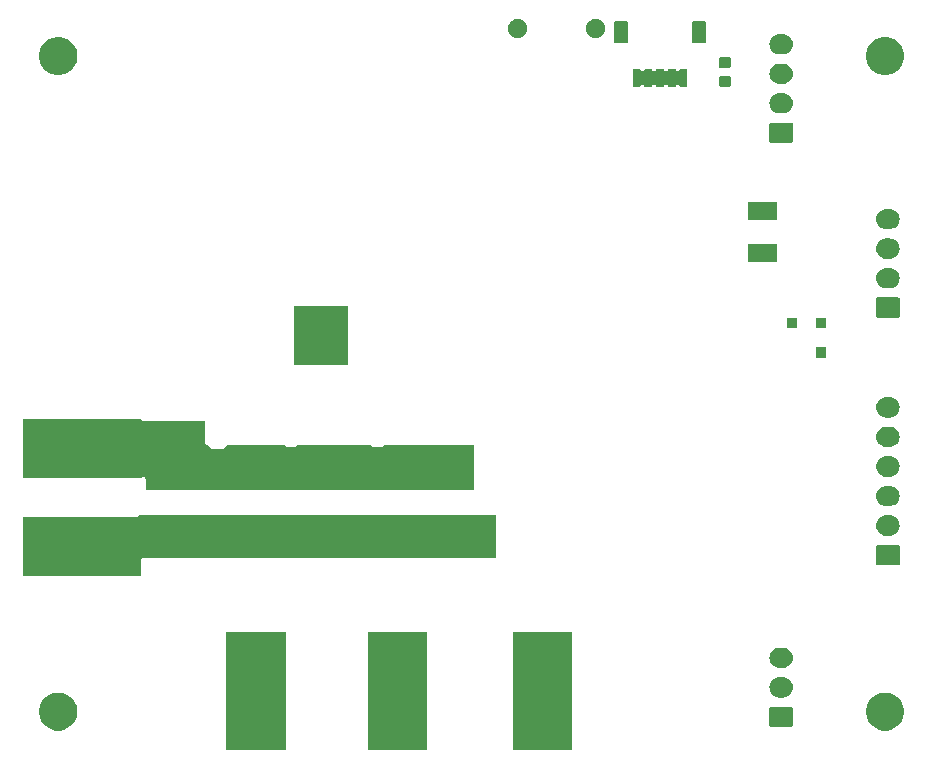
<source format=gbr>
G04 #@! TF.GenerationSoftware,KiCad,Pcbnew,(5.1.2)-2*
G04 #@! TF.CreationDate,2020-04-08T13:50:03-07:00*
G04 #@! TF.ProjectId,flatmcu,666c6174-6d63-4752-9e6b-696361645f70,rev?*
G04 #@! TF.SameCoordinates,PX1312d00PY1312d00*
G04 #@! TF.FileFunction,Soldermask,Bot*
G04 #@! TF.FilePolarity,Negative*
%FSLAX46Y46*%
G04 Gerber Fmt 4.6, Leading zero omitted, Abs format (unit mm)*
G04 Created by KiCad (PCBNEW (5.1.2)-2) date 2020-04-08 13:50:03*
%MOMM*%
%LPD*%
G04 APERTURE LIST*
%ADD10C,0.100000*%
G04 APERTURE END LIST*
D10*
G36*
X28062700Y-67562700D02*
G01*
X23037300Y-67562700D01*
X23037300Y-57537300D01*
X28062700Y-57537300D01*
X28062700Y-67562700D01*
X28062700Y-67562700D01*
G37*
G36*
X40062700Y-67562700D02*
G01*
X35037300Y-67562700D01*
X35037300Y-57537300D01*
X40062700Y-57537300D01*
X40062700Y-67562700D01*
X40062700Y-67562700D01*
G37*
G36*
X52312700Y-67562700D02*
G01*
X47287300Y-67562700D01*
X47287300Y-57537300D01*
X52312700Y-57537300D01*
X52312700Y-67562700D01*
X52312700Y-67562700D01*
G37*
G36*
X9270407Y-62749275D02*
G01*
X9270409Y-62749276D01*
X9270410Y-62749276D01*
X9378825Y-62794183D01*
X9563900Y-62870844D01*
X9828036Y-63047334D01*
X10052666Y-63271964D01*
X10229156Y-63536100D01*
X10350725Y-63829593D01*
X10412700Y-64141163D01*
X10412700Y-64458837D01*
X10350725Y-64770407D01*
X10229156Y-65063900D01*
X10052666Y-65328036D01*
X9828036Y-65552666D01*
X9563900Y-65729156D01*
X9378825Y-65805817D01*
X9270410Y-65850724D01*
X9270409Y-65850724D01*
X9270407Y-65850725D01*
X8958837Y-65912700D01*
X8641163Y-65912700D01*
X8329593Y-65850725D01*
X8329591Y-65850724D01*
X8329590Y-65850724D01*
X8221175Y-65805817D01*
X8036100Y-65729156D01*
X7771964Y-65552666D01*
X7547334Y-65328036D01*
X7370844Y-65063900D01*
X7249275Y-64770407D01*
X7187300Y-64458837D01*
X7187300Y-64141163D01*
X7249275Y-63829593D01*
X7370844Y-63536100D01*
X7547334Y-63271964D01*
X7771964Y-63047334D01*
X8036100Y-62870844D01*
X8221175Y-62794183D01*
X8329590Y-62749276D01*
X8329591Y-62749276D01*
X8329593Y-62749275D01*
X8641163Y-62687300D01*
X8958837Y-62687300D01*
X9270407Y-62749275D01*
X9270407Y-62749275D01*
G37*
G36*
X79270407Y-62749275D02*
G01*
X79270409Y-62749276D01*
X79270410Y-62749276D01*
X79378825Y-62794183D01*
X79563900Y-62870844D01*
X79828036Y-63047334D01*
X80052666Y-63271964D01*
X80229156Y-63536100D01*
X80350725Y-63829593D01*
X80412700Y-64141163D01*
X80412700Y-64458837D01*
X80350725Y-64770407D01*
X80229156Y-65063900D01*
X80052666Y-65328036D01*
X79828036Y-65552666D01*
X79563900Y-65729156D01*
X79378825Y-65805817D01*
X79270410Y-65850724D01*
X79270409Y-65850724D01*
X79270407Y-65850725D01*
X78958837Y-65912700D01*
X78641163Y-65912700D01*
X78329593Y-65850725D01*
X78329591Y-65850724D01*
X78329590Y-65850724D01*
X78221175Y-65805817D01*
X78036100Y-65729156D01*
X77771964Y-65552666D01*
X77547334Y-65328036D01*
X77370844Y-65063900D01*
X77249275Y-64770407D01*
X77187300Y-64458837D01*
X77187300Y-64141163D01*
X77249275Y-63829593D01*
X77370844Y-63536100D01*
X77547334Y-63271964D01*
X77771964Y-63047334D01*
X78036100Y-62870844D01*
X78221175Y-62794183D01*
X78329590Y-62749276D01*
X78329591Y-62749276D01*
X78329593Y-62749275D01*
X78641163Y-62687300D01*
X78958837Y-62687300D01*
X79270407Y-62749275D01*
X79270407Y-62749275D01*
G37*
G36*
X70891522Y-63890496D02*
G01*
X70913725Y-63897231D01*
X70934183Y-63908166D01*
X70952116Y-63922884D01*
X70966834Y-63940817D01*
X70977769Y-63961275D01*
X70984504Y-63983478D01*
X70987700Y-64015926D01*
X70987700Y-65484074D01*
X70984504Y-65516522D01*
X70977769Y-65538725D01*
X70966834Y-65559183D01*
X70952116Y-65577116D01*
X70934183Y-65591834D01*
X70913725Y-65602769D01*
X70891522Y-65609504D01*
X70859074Y-65612700D01*
X69140926Y-65612700D01*
X69108478Y-65609504D01*
X69086275Y-65602769D01*
X69065817Y-65591834D01*
X69047884Y-65577116D01*
X69033166Y-65559183D01*
X69022231Y-65538725D01*
X69015496Y-65516522D01*
X69012300Y-65484074D01*
X69012300Y-64015926D01*
X69015496Y-63983478D01*
X69022231Y-63961275D01*
X69033166Y-63940817D01*
X69047884Y-63922884D01*
X69065817Y-63908166D01*
X69086275Y-63897231D01*
X69108478Y-63890496D01*
X69140926Y-63887300D01*
X70859074Y-63887300D01*
X70891522Y-63890496D01*
X70891522Y-63890496D01*
G37*
G36*
X70294119Y-61399783D02*
G01*
X70456738Y-61449113D01*
X70606609Y-61529221D01*
X70737972Y-61637028D01*
X70845779Y-61768391D01*
X70925887Y-61918262D01*
X70975217Y-62080881D01*
X70991874Y-62250000D01*
X70975217Y-62419119D01*
X70925887Y-62581738D01*
X70845779Y-62731609D01*
X70737972Y-62862972D01*
X70606609Y-62970779D01*
X70456738Y-63050887D01*
X70294119Y-63100217D01*
X70167379Y-63112700D01*
X69832621Y-63112700D01*
X69705881Y-63100217D01*
X69543262Y-63050887D01*
X69393391Y-62970779D01*
X69262028Y-62862972D01*
X69154221Y-62731609D01*
X69074113Y-62581738D01*
X69024783Y-62419119D01*
X69008126Y-62250000D01*
X69024783Y-62080881D01*
X69074113Y-61918262D01*
X69154221Y-61768391D01*
X69262028Y-61637028D01*
X69393391Y-61529221D01*
X69543262Y-61449113D01*
X69705881Y-61399783D01*
X69832621Y-61387300D01*
X70167379Y-61387300D01*
X70294119Y-61399783D01*
X70294119Y-61399783D01*
G37*
G36*
X70294119Y-58899783D02*
G01*
X70456738Y-58949113D01*
X70606609Y-59029221D01*
X70737972Y-59137028D01*
X70845779Y-59268391D01*
X70925887Y-59418262D01*
X70975217Y-59580881D01*
X70991874Y-59750000D01*
X70975217Y-59919119D01*
X70925887Y-60081738D01*
X70845779Y-60231609D01*
X70737972Y-60362972D01*
X70606609Y-60470779D01*
X70456738Y-60550887D01*
X70294119Y-60600217D01*
X70167379Y-60612700D01*
X69832621Y-60612700D01*
X69705881Y-60600217D01*
X69543262Y-60550887D01*
X69393391Y-60470779D01*
X69262028Y-60362972D01*
X69154221Y-60231609D01*
X69074113Y-60081738D01*
X69024783Y-59919119D01*
X69008126Y-59750000D01*
X69024783Y-59580881D01*
X69074113Y-59418262D01*
X69154221Y-59268391D01*
X69262028Y-59137028D01*
X69393391Y-59029221D01*
X69543262Y-58949113D01*
X69705881Y-58899783D01*
X69832621Y-58887300D01*
X70167379Y-58887300D01*
X70294119Y-58899783D01*
X70294119Y-58899783D01*
G37*
G36*
X45900000Y-51300000D02*
G01*
X16003199Y-51300000D01*
X15966034Y-51303660D01*
X15930298Y-51314501D01*
X15897363Y-51332105D01*
X15868496Y-51355796D01*
X15844805Y-51384663D01*
X15827201Y-51417598D01*
X15816360Y-51453334D01*
X15812700Y-51490499D01*
X15812700Y-52812700D01*
X5787300Y-52812700D01*
X5787300Y-47787300D01*
X15490197Y-47787300D01*
X15527362Y-47783640D01*
X15563098Y-47772799D01*
X15596033Y-47755195D01*
X15624900Y-47731504D01*
X15638605Y-47714805D01*
X15638863Y-47715017D01*
X15650000Y-47701446D01*
X15650000Y-47700000D01*
X45900000Y-47700000D01*
X45900000Y-51300000D01*
X45900000Y-51300000D01*
G37*
G36*
X79941522Y-50190496D02*
G01*
X79963725Y-50197231D01*
X79984183Y-50208166D01*
X80002116Y-50222884D01*
X80016834Y-50240817D01*
X80027769Y-50261275D01*
X80034504Y-50283478D01*
X80037700Y-50315926D01*
X80037700Y-51784074D01*
X80034504Y-51816522D01*
X80027769Y-51838725D01*
X80016834Y-51859183D01*
X80002116Y-51877116D01*
X79984183Y-51891834D01*
X79963725Y-51902769D01*
X79941522Y-51909504D01*
X79909074Y-51912700D01*
X78190926Y-51912700D01*
X78158478Y-51909504D01*
X78136275Y-51902769D01*
X78115817Y-51891834D01*
X78097884Y-51877116D01*
X78083166Y-51859183D01*
X78072231Y-51838725D01*
X78065496Y-51816522D01*
X78062300Y-51784074D01*
X78062300Y-50315926D01*
X78065496Y-50283478D01*
X78072231Y-50261275D01*
X78083166Y-50240817D01*
X78097884Y-50222884D01*
X78115817Y-50208166D01*
X78136275Y-50197231D01*
X78158478Y-50190496D01*
X78190926Y-50187300D01*
X79909074Y-50187300D01*
X79941522Y-50190496D01*
X79941522Y-50190496D01*
G37*
G36*
X79344119Y-47699783D02*
G01*
X79506738Y-47749113D01*
X79656609Y-47829221D01*
X79787972Y-47937028D01*
X79895779Y-48068391D01*
X79975887Y-48218262D01*
X80025217Y-48380881D01*
X80041874Y-48550000D01*
X80025217Y-48719119D01*
X79975887Y-48881738D01*
X79895779Y-49031609D01*
X79787972Y-49162972D01*
X79656609Y-49270779D01*
X79506738Y-49350887D01*
X79344119Y-49400217D01*
X79217379Y-49412700D01*
X78882621Y-49412700D01*
X78755881Y-49400217D01*
X78593262Y-49350887D01*
X78443391Y-49270779D01*
X78312028Y-49162972D01*
X78204221Y-49031609D01*
X78124113Y-48881738D01*
X78074783Y-48719119D01*
X78058126Y-48550000D01*
X78074783Y-48380881D01*
X78124113Y-48218262D01*
X78204221Y-48068391D01*
X78312028Y-47937028D01*
X78443391Y-47829221D01*
X78593262Y-47749113D01*
X78755881Y-47699783D01*
X78882621Y-47687300D01*
X79217379Y-47687300D01*
X79344119Y-47699783D01*
X79344119Y-47699783D01*
G37*
G36*
X79344119Y-45199783D02*
G01*
X79506738Y-45249113D01*
X79656609Y-45329221D01*
X79787972Y-45437028D01*
X79895779Y-45568391D01*
X79975887Y-45718262D01*
X80025217Y-45880881D01*
X80041874Y-46050000D01*
X80025217Y-46219119D01*
X79975887Y-46381738D01*
X79895779Y-46531609D01*
X79787972Y-46662972D01*
X79656609Y-46770779D01*
X79506738Y-46850887D01*
X79344119Y-46900217D01*
X79217379Y-46912700D01*
X78882621Y-46912700D01*
X78755881Y-46900217D01*
X78593262Y-46850887D01*
X78443391Y-46770779D01*
X78312028Y-46662972D01*
X78204221Y-46531609D01*
X78124113Y-46381738D01*
X78074783Y-46219119D01*
X78058126Y-46050000D01*
X78074783Y-45880881D01*
X78124113Y-45718262D01*
X78204221Y-45568391D01*
X78312028Y-45437028D01*
X78443391Y-45329221D01*
X78593262Y-45249113D01*
X78755881Y-45199783D01*
X78882621Y-45187300D01*
X79217379Y-45187300D01*
X79344119Y-45199783D01*
X79344119Y-45199783D01*
G37*
G36*
X15816360Y-39546666D02*
G01*
X15827201Y-39582402D01*
X15844805Y-39615337D01*
X15868496Y-39644204D01*
X15897363Y-39667895D01*
X15930298Y-39685499D01*
X15966034Y-39696340D01*
X16003199Y-39700000D01*
X21200000Y-39700000D01*
X21200000Y-41509501D01*
X21203660Y-41546666D01*
X21214501Y-41582402D01*
X21232105Y-41615337D01*
X21255796Y-41644204D01*
X21284663Y-41667895D01*
X21317598Y-41685499D01*
X21353334Y-41696340D01*
X21390499Y-41700000D01*
X21500000Y-41700000D01*
X21844204Y-42044204D01*
X21873071Y-42067895D01*
X21906006Y-42085499D01*
X21941742Y-42096340D01*
X21978907Y-42100000D01*
X22621093Y-42100000D01*
X22658258Y-42096340D01*
X22693994Y-42085499D01*
X22726929Y-42067895D01*
X22755796Y-42044204D01*
X23100000Y-41700000D01*
X27900000Y-41700000D01*
X28044204Y-41844204D01*
X28073071Y-41867895D01*
X28106006Y-41885499D01*
X28141742Y-41896340D01*
X28178907Y-41900000D01*
X28821093Y-41900000D01*
X28858258Y-41896340D01*
X28893994Y-41885499D01*
X28926929Y-41867895D01*
X28955796Y-41844204D01*
X29100000Y-41700000D01*
X35200000Y-41700000D01*
X35344204Y-41844204D01*
X35373071Y-41867895D01*
X35406006Y-41885499D01*
X35441742Y-41896340D01*
X35478907Y-41900000D01*
X36121093Y-41900000D01*
X36158258Y-41896340D01*
X36193994Y-41885499D01*
X36226929Y-41867895D01*
X36255796Y-41844204D01*
X36400000Y-41700000D01*
X44000000Y-41700000D01*
X44000000Y-45500000D01*
X16200000Y-45500000D01*
X16200000Y-44640499D01*
X16196340Y-44603334D01*
X16185499Y-44567598D01*
X16167895Y-44534663D01*
X16144204Y-44505796D01*
X16115337Y-44482105D01*
X16082402Y-44464501D01*
X16046666Y-44453660D01*
X16009501Y-44450000D01*
X16003199Y-44450000D01*
X15966034Y-44453660D01*
X15930298Y-44464501D01*
X15897363Y-44482105D01*
X15868496Y-44505796D01*
X15844805Y-44534663D01*
X15829819Y-44562700D01*
X5787300Y-44562700D01*
X5787300Y-39537300D01*
X15815438Y-39537300D01*
X15816360Y-39546666D01*
X15816360Y-39546666D01*
G37*
G36*
X79344119Y-42699783D02*
G01*
X79506738Y-42749113D01*
X79656609Y-42829221D01*
X79787972Y-42937028D01*
X79895779Y-43068391D01*
X79975887Y-43218262D01*
X80025217Y-43380881D01*
X80041874Y-43550000D01*
X80025217Y-43719119D01*
X79975887Y-43881738D01*
X79895779Y-44031609D01*
X79787972Y-44162972D01*
X79656609Y-44270779D01*
X79506738Y-44350887D01*
X79344119Y-44400217D01*
X79217379Y-44412700D01*
X78882621Y-44412700D01*
X78755881Y-44400217D01*
X78593262Y-44350887D01*
X78443391Y-44270779D01*
X78312028Y-44162972D01*
X78204221Y-44031609D01*
X78124113Y-43881738D01*
X78074783Y-43719119D01*
X78058126Y-43550000D01*
X78074783Y-43380881D01*
X78124113Y-43218262D01*
X78204221Y-43068391D01*
X78312028Y-42937028D01*
X78443391Y-42829221D01*
X78593262Y-42749113D01*
X78755881Y-42699783D01*
X78882621Y-42687300D01*
X79217379Y-42687300D01*
X79344119Y-42699783D01*
X79344119Y-42699783D01*
G37*
G36*
X79344119Y-40199783D02*
G01*
X79506738Y-40249113D01*
X79656609Y-40329221D01*
X79787972Y-40437028D01*
X79895779Y-40568391D01*
X79975887Y-40718262D01*
X80025217Y-40880881D01*
X80041874Y-41050000D01*
X80025217Y-41219119D01*
X79975887Y-41381738D01*
X79895779Y-41531609D01*
X79787972Y-41662972D01*
X79656609Y-41770779D01*
X79506738Y-41850887D01*
X79344119Y-41900217D01*
X79217379Y-41912700D01*
X78882621Y-41912700D01*
X78755881Y-41900217D01*
X78593262Y-41850887D01*
X78443391Y-41770779D01*
X78312028Y-41662972D01*
X78204221Y-41531609D01*
X78124113Y-41381738D01*
X78074783Y-41219119D01*
X78058126Y-41050000D01*
X78074783Y-40880881D01*
X78124113Y-40718262D01*
X78204221Y-40568391D01*
X78312028Y-40437028D01*
X78443391Y-40329221D01*
X78593262Y-40249113D01*
X78755881Y-40199783D01*
X78882621Y-40187300D01*
X79217379Y-40187300D01*
X79344119Y-40199783D01*
X79344119Y-40199783D01*
G37*
G36*
X79344119Y-37699783D02*
G01*
X79506738Y-37749113D01*
X79656609Y-37829221D01*
X79787972Y-37937028D01*
X79895779Y-38068391D01*
X79975887Y-38218262D01*
X80025217Y-38380881D01*
X80041874Y-38550000D01*
X80025217Y-38719119D01*
X79975887Y-38881738D01*
X79895779Y-39031609D01*
X79787972Y-39162972D01*
X79656609Y-39270779D01*
X79506738Y-39350887D01*
X79344119Y-39400217D01*
X79217379Y-39412700D01*
X78882621Y-39412700D01*
X78755881Y-39400217D01*
X78593262Y-39350887D01*
X78443391Y-39270779D01*
X78312028Y-39162972D01*
X78204221Y-39031609D01*
X78124113Y-38881738D01*
X78074783Y-38719119D01*
X78058126Y-38550000D01*
X78074783Y-38380881D01*
X78124113Y-38218262D01*
X78204221Y-38068391D01*
X78312028Y-37937028D01*
X78443391Y-37829221D01*
X78593262Y-37749113D01*
X78755881Y-37699783D01*
X78882621Y-37687300D01*
X79217379Y-37687300D01*
X79344119Y-37699783D01*
X79344119Y-37699783D01*
G37*
G36*
X33300000Y-35000000D02*
G01*
X28800000Y-35000000D01*
X28800000Y-29950000D01*
X33300000Y-29950000D01*
X33300000Y-35000000D01*
X33300000Y-35000000D01*
G37*
G36*
X73837700Y-34337700D02*
G01*
X72962300Y-34337700D01*
X72962300Y-33462300D01*
X73837700Y-33462300D01*
X73837700Y-34337700D01*
X73837700Y-34337700D01*
G37*
G36*
X73837700Y-31837700D02*
G01*
X72962300Y-31837700D01*
X72962300Y-30962300D01*
X73837700Y-30962300D01*
X73837700Y-31837700D01*
X73837700Y-31837700D01*
G37*
G36*
X71337700Y-31837700D02*
G01*
X70462300Y-31837700D01*
X70462300Y-30962300D01*
X71337700Y-30962300D01*
X71337700Y-31837700D01*
X71337700Y-31837700D01*
G37*
G36*
X79941522Y-29240496D02*
G01*
X79963725Y-29247231D01*
X79984183Y-29258166D01*
X80002116Y-29272884D01*
X80016834Y-29290817D01*
X80027769Y-29311275D01*
X80034504Y-29333478D01*
X80037700Y-29365926D01*
X80037700Y-30834074D01*
X80034504Y-30866522D01*
X80027769Y-30888725D01*
X80016834Y-30909183D01*
X80002116Y-30927116D01*
X79984183Y-30941834D01*
X79963725Y-30952769D01*
X79941522Y-30959504D01*
X79909074Y-30962700D01*
X78190926Y-30962700D01*
X78158478Y-30959504D01*
X78136275Y-30952769D01*
X78115817Y-30941834D01*
X78097884Y-30927116D01*
X78083166Y-30909183D01*
X78072231Y-30888725D01*
X78065496Y-30866522D01*
X78062300Y-30834074D01*
X78062300Y-29365926D01*
X78065496Y-29333478D01*
X78072231Y-29311275D01*
X78083166Y-29290817D01*
X78097884Y-29272884D01*
X78115817Y-29258166D01*
X78136275Y-29247231D01*
X78158478Y-29240496D01*
X78190926Y-29237300D01*
X79909074Y-29237300D01*
X79941522Y-29240496D01*
X79941522Y-29240496D01*
G37*
G36*
X79344119Y-26749783D02*
G01*
X79506738Y-26799113D01*
X79656609Y-26879221D01*
X79787972Y-26987028D01*
X79895779Y-27118391D01*
X79975887Y-27268262D01*
X80025217Y-27430881D01*
X80041874Y-27600000D01*
X80025217Y-27769119D01*
X79975887Y-27931738D01*
X79895779Y-28081609D01*
X79787972Y-28212972D01*
X79656609Y-28320779D01*
X79506738Y-28400887D01*
X79344119Y-28450217D01*
X79217379Y-28462700D01*
X78882621Y-28462700D01*
X78755881Y-28450217D01*
X78593262Y-28400887D01*
X78443391Y-28320779D01*
X78312028Y-28212972D01*
X78204221Y-28081609D01*
X78124113Y-27931738D01*
X78074783Y-27769119D01*
X78058126Y-27600000D01*
X78074783Y-27430881D01*
X78124113Y-27268262D01*
X78204221Y-27118391D01*
X78312028Y-26987028D01*
X78443391Y-26879221D01*
X78593262Y-26799113D01*
X78755881Y-26749783D01*
X78882621Y-26737300D01*
X79217379Y-26737300D01*
X79344119Y-26749783D01*
X79344119Y-26749783D01*
G37*
G36*
X69662700Y-26212700D02*
G01*
X67237300Y-26212700D01*
X67237300Y-24687300D01*
X69662700Y-24687300D01*
X69662700Y-26212700D01*
X69662700Y-26212700D01*
G37*
G36*
X79344119Y-24249783D02*
G01*
X79506738Y-24299113D01*
X79656609Y-24379221D01*
X79787972Y-24487028D01*
X79895779Y-24618391D01*
X79975887Y-24768262D01*
X80025217Y-24930881D01*
X80041874Y-25100000D01*
X80025217Y-25269119D01*
X79975887Y-25431738D01*
X79895779Y-25581609D01*
X79787972Y-25712972D01*
X79656609Y-25820779D01*
X79506738Y-25900887D01*
X79344119Y-25950217D01*
X79217379Y-25962700D01*
X78882621Y-25962700D01*
X78755881Y-25950217D01*
X78593262Y-25900887D01*
X78443391Y-25820779D01*
X78312028Y-25712972D01*
X78204221Y-25581609D01*
X78124113Y-25431738D01*
X78074783Y-25269119D01*
X78058126Y-25100000D01*
X78074783Y-24930881D01*
X78124113Y-24768262D01*
X78204221Y-24618391D01*
X78312028Y-24487028D01*
X78443391Y-24379221D01*
X78593262Y-24299113D01*
X78755881Y-24249783D01*
X78882621Y-24237300D01*
X79217379Y-24237300D01*
X79344119Y-24249783D01*
X79344119Y-24249783D01*
G37*
G36*
X79344119Y-21749783D02*
G01*
X79506738Y-21799113D01*
X79656609Y-21879221D01*
X79787972Y-21987028D01*
X79895779Y-22118391D01*
X79975887Y-22268262D01*
X80025217Y-22430881D01*
X80041874Y-22600000D01*
X80025217Y-22769119D01*
X79975887Y-22931738D01*
X79895779Y-23081609D01*
X79787972Y-23212972D01*
X79656609Y-23320779D01*
X79506738Y-23400887D01*
X79344119Y-23450217D01*
X79217379Y-23462700D01*
X78882621Y-23462700D01*
X78755881Y-23450217D01*
X78593262Y-23400887D01*
X78443391Y-23320779D01*
X78312028Y-23212972D01*
X78204221Y-23081609D01*
X78124113Y-22931738D01*
X78074783Y-22769119D01*
X78058126Y-22600000D01*
X78074783Y-22430881D01*
X78124113Y-22268262D01*
X78204221Y-22118391D01*
X78312028Y-21987028D01*
X78443391Y-21879221D01*
X78593262Y-21799113D01*
X78755881Y-21749783D01*
X78882621Y-21737300D01*
X79217379Y-21737300D01*
X79344119Y-21749783D01*
X79344119Y-21749783D01*
G37*
G36*
X69662700Y-22712700D02*
G01*
X67237300Y-22712700D01*
X67237300Y-21187300D01*
X69662700Y-21187300D01*
X69662700Y-22712700D01*
X69662700Y-22712700D01*
G37*
G36*
X70891522Y-14440496D02*
G01*
X70913725Y-14447231D01*
X70934183Y-14458166D01*
X70952116Y-14472884D01*
X70966834Y-14490817D01*
X70977769Y-14511275D01*
X70984504Y-14533478D01*
X70987700Y-14565926D01*
X70987700Y-16034074D01*
X70984504Y-16066522D01*
X70977769Y-16088725D01*
X70966834Y-16109183D01*
X70952116Y-16127116D01*
X70934183Y-16141834D01*
X70913725Y-16152769D01*
X70891522Y-16159504D01*
X70859074Y-16162700D01*
X69140926Y-16162700D01*
X69108478Y-16159504D01*
X69086275Y-16152769D01*
X69065817Y-16141834D01*
X69047884Y-16127116D01*
X69033166Y-16109183D01*
X69022231Y-16088725D01*
X69015496Y-16066522D01*
X69012300Y-16034074D01*
X69012300Y-14565926D01*
X69015496Y-14533478D01*
X69022231Y-14511275D01*
X69033166Y-14490817D01*
X69047884Y-14472884D01*
X69065817Y-14458166D01*
X69086275Y-14447231D01*
X69108478Y-14440496D01*
X69140926Y-14437300D01*
X70859074Y-14437300D01*
X70891522Y-14440496D01*
X70891522Y-14440496D01*
G37*
G36*
X70294119Y-11949783D02*
G01*
X70456738Y-11999113D01*
X70606609Y-12079221D01*
X70737972Y-12187028D01*
X70845779Y-12318391D01*
X70925887Y-12468262D01*
X70975217Y-12630881D01*
X70991874Y-12800000D01*
X70975217Y-12969119D01*
X70925887Y-13131738D01*
X70845779Y-13281609D01*
X70737972Y-13412972D01*
X70606609Y-13520779D01*
X70456738Y-13600887D01*
X70294119Y-13650217D01*
X70167379Y-13662700D01*
X69832621Y-13662700D01*
X69705881Y-13650217D01*
X69543262Y-13600887D01*
X69393391Y-13520779D01*
X69262028Y-13412972D01*
X69154221Y-13281609D01*
X69074113Y-13131738D01*
X69024783Y-12969119D01*
X69008126Y-12800000D01*
X69024783Y-12630881D01*
X69074113Y-12468262D01*
X69154221Y-12318391D01*
X69262028Y-12187028D01*
X69393391Y-12079221D01*
X69543262Y-11999113D01*
X69705881Y-11949783D01*
X69832621Y-11937300D01*
X70167379Y-11937300D01*
X70294119Y-11949783D01*
X70294119Y-11949783D01*
G37*
G36*
X58013343Y-9864378D02*
G01*
X58024628Y-9867802D01*
X58035032Y-9873362D01*
X58044152Y-9880848D01*
X58051638Y-9889968D01*
X58057198Y-9900372D01*
X58061225Y-9913646D01*
X58067703Y-9946214D01*
X58081994Y-9980716D01*
X58102741Y-10011767D01*
X58129147Y-10038174D01*
X58160198Y-10058921D01*
X58194699Y-10073213D01*
X58231326Y-10080499D01*
X58268670Y-10080499D01*
X58305297Y-10073214D01*
X58339799Y-10058923D01*
X58370850Y-10038176D01*
X58397257Y-10011770D01*
X58418004Y-9980719D01*
X58432296Y-9946218D01*
X58438775Y-9913646D01*
X58442802Y-9900372D01*
X58448362Y-9889968D01*
X58455848Y-9880848D01*
X58464968Y-9873362D01*
X58475372Y-9867802D01*
X58486657Y-9864378D01*
X58507759Y-9862300D01*
X58992241Y-9862300D01*
X59013343Y-9864378D01*
X59024628Y-9867802D01*
X59035032Y-9873362D01*
X59044152Y-9880848D01*
X59051638Y-9889968D01*
X59057198Y-9900372D01*
X59061225Y-9913646D01*
X59067703Y-9946214D01*
X59081994Y-9980716D01*
X59102741Y-10011767D01*
X59129147Y-10038174D01*
X59160198Y-10058921D01*
X59194699Y-10073213D01*
X59231326Y-10080499D01*
X59268670Y-10080499D01*
X59305297Y-10073214D01*
X59339799Y-10058923D01*
X59370850Y-10038176D01*
X59397257Y-10011770D01*
X59418004Y-9980719D01*
X59432296Y-9946218D01*
X59438775Y-9913646D01*
X59442802Y-9900372D01*
X59448362Y-9889968D01*
X59455848Y-9880848D01*
X59464968Y-9873362D01*
X59475372Y-9867802D01*
X59486657Y-9864378D01*
X59507759Y-9862300D01*
X59992241Y-9862300D01*
X60013343Y-9864378D01*
X60024628Y-9867802D01*
X60035032Y-9873362D01*
X60044152Y-9880848D01*
X60051638Y-9889968D01*
X60057198Y-9900372D01*
X60061225Y-9913646D01*
X60067703Y-9946214D01*
X60081994Y-9980716D01*
X60102741Y-10011767D01*
X60129147Y-10038174D01*
X60160198Y-10058921D01*
X60194699Y-10073213D01*
X60231326Y-10080499D01*
X60268670Y-10080499D01*
X60305297Y-10073214D01*
X60339799Y-10058923D01*
X60370850Y-10038176D01*
X60397257Y-10011770D01*
X60418004Y-9980719D01*
X60432296Y-9946218D01*
X60438775Y-9913646D01*
X60442802Y-9900372D01*
X60448362Y-9889968D01*
X60455848Y-9880848D01*
X60464968Y-9873362D01*
X60475372Y-9867802D01*
X60486657Y-9864378D01*
X60507759Y-9862300D01*
X60992241Y-9862300D01*
X61013343Y-9864378D01*
X61024628Y-9867802D01*
X61035032Y-9873362D01*
X61044152Y-9880848D01*
X61051638Y-9889968D01*
X61057198Y-9900372D01*
X61061225Y-9913646D01*
X61067703Y-9946214D01*
X61081994Y-9980716D01*
X61102741Y-10011767D01*
X61129147Y-10038174D01*
X61160198Y-10058921D01*
X61194699Y-10073213D01*
X61231326Y-10080499D01*
X61268670Y-10080499D01*
X61305297Y-10073214D01*
X61339799Y-10058923D01*
X61370850Y-10038176D01*
X61397257Y-10011770D01*
X61418004Y-9980719D01*
X61432296Y-9946218D01*
X61438775Y-9913646D01*
X61442802Y-9900372D01*
X61448362Y-9889968D01*
X61455848Y-9880848D01*
X61464968Y-9873362D01*
X61475372Y-9867802D01*
X61486657Y-9864378D01*
X61507759Y-9862300D01*
X61992241Y-9862300D01*
X62013343Y-9864378D01*
X62024628Y-9867802D01*
X62035032Y-9873362D01*
X62044152Y-9880848D01*
X62051638Y-9889968D01*
X62057198Y-9900372D01*
X62060622Y-9911657D01*
X62062700Y-9932759D01*
X62062700Y-11367241D01*
X62060622Y-11388343D01*
X62057198Y-11399628D01*
X62051638Y-11410032D01*
X62044152Y-11419152D01*
X62035032Y-11426638D01*
X62024628Y-11432198D01*
X62013343Y-11435622D01*
X61992241Y-11437700D01*
X61507759Y-11437700D01*
X61486657Y-11435622D01*
X61475372Y-11432198D01*
X61464968Y-11426638D01*
X61455848Y-11419152D01*
X61448362Y-11410032D01*
X61442802Y-11399628D01*
X61438775Y-11386354D01*
X61432297Y-11353786D01*
X61418006Y-11319284D01*
X61397259Y-11288233D01*
X61370853Y-11261826D01*
X61339802Y-11241079D01*
X61305301Y-11226787D01*
X61268674Y-11219501D01*
X61231330Y-11219501D01*
X61194703Y-11226786D01*
X61160201Y-11241077D01*
X61129150Y-11261824D01*
X61102743Y-11288230D01*
X61081996Y-11319281D01*
X61067704Y-11353782D01*
X61061225Y-11386354D01*
X61057198Y-11399628D01*
X61051638Y-11410032D01*
X61044152Y-11419152D01*
X61035032Y-11426638D01*
X61024628Y-11432198D01*
X61013343Y-11435622D01*
X60992241Y-11437700D01*
X60507759Y-11437700D01*
X60486657Y-11435622D01*
X60475372Y-11432198D01*
X60464968Y-11426638D01*
X60455848Y-11419152D01*
X60448362Y-11410032D01*
X60442802Y-11399628D01*
X60438775Y-11386354D01*
X60432297Y-11353786D01*
X60418006Y-11319284D01*
X60397259Y-11288233D01*
X60370853Y-11261826D01*
X60339802Y-11241079D01*
X60305301Y-11226787D01*
X60268674Y-11219501D01*
X60231330Y-11219501D01*
X60194703Y-11226786D01*
X60160201Y-11241077D01*
X60129150Y-11261824D01*
X60102743Y-11288230D01*
X60081996Y-11319281D01*
X60067704Y-11353782D01*
X60061225Y-11386354D01*
X60057198Y-11399628D01*
X60051638Y-11410032D01*
X60044152Y-11419152D01*
X60035032Y-11426638D01*
X60024628Y-11432198D01*
X60013343Y-11435622D01*
X59992241Y-11437700D01*
X59507759Y-11437700D01*
X59486657Y-11435622D01*
X59475372Y-11432198D01*
X59464968Y-11426638D01*
X59455848Y-11419152D01*
X59448362Y-11410032D01*
X59442802Y-11399628D01*
X59438775Y-11386354D01*
X59432297Y-11353786D01*
X59418006Y-11319284D01*
X59397259Y-11288233D01*
X59370853Y-11261826D01*
X59339802Y-11241079D01*
X59305301Y-11226787D01*
X59268674Y-11219501D01*
X59231330Y-11219501D01*
X59194703Y-11226786D01*
X59160201Y-11241077D01*
X59129150Y-11261824D01*
X59102743Y-11288230D01*
X59081996Y-11319281D01*
X59067704Y-11353782D01*
X59061225Y-11386354D01*
X59057198Y-11399628D01*
X59051638Y-11410032D01*
X59044152Y-11419152D01*
X59035032Y-11426638D01*
X59024628Y-11432198D01*
X59013343Y-11435622D01*
X58992241Y-11437700D01*
X58507759Y-11437700D01*
X58486657Y-11435622D01*
X58475372Y-11432198D01*
X58464968Y-11426638D01*
X58455848Y-11419152D01*
X58448362Y-11410032D01*
X58442802Y-11399628D01*
X58438775Y-11386354D01*
X58432297Y-11353786D01*
X58418006Y-11319284D01*
X58397259Y-11288233D01*
X58370853Y-11261826D01*
X58339802Y-11241079D01*
X58305301Y-11226787D01*
X58268674Y-11219501D01*
X58231330Y-11219501D01*
X58194703Y-11226786D01*
X58160201Y-11241077D01*
X58129150Y-11261824D01*
X58102743Y-11288230D01*
X58081996Y-11319281D01*
X58067704Y-11353782D01*
X58061225Y-11386354D01*
X58057198Y-11399628D01*
X58051638Y-11410032D01*
X58044152Y-11419152D01*
X58035032Y-11426638D01*
X58024628Y-11432198D01*
X58013343Y-11435622D01*
X57992241Y-11437700D01*
X57507759Y-11437700D01*
X57486657Y-11435622D01*
X57475372Y-11432198D01*
X57464968Y-11426638D01*
X57455848Y-11419152D01*
X57448362Y-11410032D01*
X57442802Y-11399628D01*
X57439378Y-11388343D01*
X57437300Y-11367241D01*
X57437300Y-9932759D01*
X57439378Y-9911657D01*
X57442802Y-9900372D01*
X57448362Y-9889968D01*
X57455848Y-9880848D01*
X57464968Y-9873362D01*
X57475372Y-9867802D01*
X57486657Y-9864378D01*
X57507759Y-9862300D01*
X57992241Y-9862300D01*
X58013343Y-9864378D01*
X58013343Y-9864378D01*
G37*
G36*
X65633003Y-10490699D02*
G01*
X65657189Y-10498036D01*
X65679476Y-10509949D01*
X65699016Y-10525984D01*
X65715051Y-10545524D01*
X65726964Y-10567811D01*
X65734301Y-10591997D01*
X65737700Y-10626510D01*
X65737700Y-11248490D01*
X65734301Y-11283003D01*
X65726964Y-11307189D01*
X65715051Y-11329476D01*
X65699016Y-11349016D01*
X65679476Y-11365051D01*
X65657189Y-11376964D01*
X65633003Y-11384301D01*
X65598490Y-11387700D01*
X64901510Y-11387700D01*
X64866997Y-11384301D01*
X64842811Y-11376964D01*
X64820524Y-11365051D01*
X64800984Y-11349016D01*
X64784949Y-11329476D01*
X64773036Y-11307189D01*
X64765699Y-11283003D01*
X64762300Y-11248490D01*
X64762300Y-10626510D01*
X64765699Y-10591997D01*
X64773036Y-10567811D01*
X64784949Y-10545524D01*
X64800984Y-10525984D01*
X64820524Y-10509949D01*
X64842811Y-10498036D01*
X64866997Y-10490699D01*
X64901510Y-10487300D01*
X65598490Y-10487300D01*
X65633003Y-10490699D01*
X65633003Y-10490699D01*
G37*
G36*
X70294119Y-9449783D02*
G01*
X70456738Y-9499113D01*
X70606609Y-9579221D01*
X70737972Y-9687028D01*
X70845779Y-9818391D01*
X70925887Y-9968262D01*
X70975217Y-10130881D01*
X70991874Y-10300000D01*
X70975217Y-10469119D01*
X70925887Y-10631738D01*
X70845779Y-10781609D01*
X70737972Y-10912972D01*
X70606609Y-11020779D01*
X70456738Y-11100887D01*
X70294119Y-11150217D01*
X70167379Y-11162700D01*
X69832621Y-11162700D01*
X69705881Y-11150217D01*
X69543262Y-11100887D01*
X69393391Y-11020779D01*
X69262028Y-10912972D01*
X69154221Y-10781609D01*
X69074113Y-10631738D01*
X69024783Y-10469119D01*
X69008126Y-10300000D01*
X69024783Y-10130881D01*
X69074113Y-9968262D01*
X69154221Y-9818391D01*
X69262028Y-9687028D01*
X69393391Y-9579221D01*
X69543262Y-9499113D01*
X69705881Y-9449783D01*
X69832621Y-9437300D01*
X70167379Y-9437300D01*
X70294119Y-9449783D01*
X70294119Y-9449783D01*
G37*
G36*
X9270407Y-7249275D02*
G01*
X9270409Y-7249276D01*
X9270410Y-7249276D01*
X9302818Y-7262700D01*
X9563900Y-7370844D01*
X9828036Y-7547334D01*
X10052666Y-7771964D01*
X10229156Y-8036100D01*
X10350725Y-8329593D01*
X10412700Y-8641163D01*
X10412700Y-8958837D01*
X10350725Y-9270407D01*
X10229156Y-9563900D01*
X10052666Y-9828036D01*
X9828036Y-10052666D01*
X9563900Y-10229156D01*
X9392868Y-10300000D01*
X9270410Y-10350724D01*
X9270409Y-10350724D01*
X9270407Y-10350725D01*
X8958837Y-10412700D01*
X8641163Y-10412700D01*
X8329593Y-10350725D01*
X8329591Y-10350724D01*
X8329590Y-10350724D01*
X8207132Y-10300000D01*
X8036100Y-10229156D01*
X7771964Y-10052666D01*
X7547334Y-9828036D01*
X7370844Y-9563900D01*
X7249275Y-9270407D01*
X7187300Y-8958837D01*
X7187300Y-8641163D01*
X7249275Y-8329593D01*
X7370844Y-8036100D01*
X7547334Y-7771964D01*
X7771964Y-7547334D01*
X8036100Y-7370844D01*
X8297182Y-7262700D01*
X8329590Y-7249276D01*
X8329591Y-7249276D01*
X8329593Y-7249275D01*
X8641163Y-7187300D01*
X8958837Y-7187300D01*
X9270407Y-7249275D01*
X9270407Y-7249275D01*
G37*
G36*
X79270407Y-7249275D02*
G01*
X79270409Y-7249276D01*
X79270410Y-7249276D01*
X79302818Y-7262700D01*
X79563900Y-7370844D01*
X79828036Y-7547334D01*
X80052666Y-7771964D01*
X80229156Y-8036100D01*
X80350725Y-8329593D01*
X80412700Y-8641163D01*
X80412700Y-8958837D01*
X80350725Y-9270407D01*
X80229156Y-9563900D01*
X80052666Y-9828036D01*
X79828036Y-10052666D01*
X79563900Y-10229156D01*
X79392868Y-10300000D01*
X79270410Y-10350724D01*
X79270409Y-10350724D01*
X79270407Y-10350725D01*
X78958837Y-10412700D01*
X78641163Y-10412700D01*
X78329593Y-10350725D01*
X78329591Y-10350724D01*
X78329590Y-10350724D01*
X78207132Y-10300000D01*
X78036100Y-10229156D01*
X77771964Y-10052666D01*
X77547334Y-9828036D01*
X77370844Y-9563900D01*
X77249275Y-9270407D01*
X77187300Y-8958837D01*
X77187300Y-8641163D01*
X77249275Y-8329593D01*
X77370844Y-8036100D01*
X77547334Y-7771964D01*
X77771964Y-7547334D01*
X78036100Y-7370844D01*
X78297182Y-7262700D01*
X78329590Y-7249276D01*
X78329591Y-7249276D01*
X78329593Y-7249275D01*
X78641163Y-7187300D01*
X78958837Y-7187300D01*
X79270407Y-7249275D01*
X79270407Y-7249275D01*
G37*
G36*
X65633003Y-8915699D02*
G01*
X65657189Y-8923036D01*
X65679476Y-8934949D01*
X65699016Y-8950984D01*
X65715051Y-8970524D01*
X65726964Y-8992811D01*
X65734301Y-9016997D01*
X65737700Y-9051510D01*
X65737700Y-9673490D01*
X65734301Y-9708003D01*
X65726964Y-9732189D01*
X65715051Y-9754476D01*
X65699016Y-9774016D01*
X65679476Y-9790051D01*
X65657189Y-9801964D01*
X65633003Y-9809301D01*
X65598490Y-9812700D01*
X64901510Y-9812700D01*
X64866997Y-9809301D01*
X64842811Y-9801964D01*
X64820524Y-9790051D01*
X64800984Y-9774016D01*
X64784949Y-9754476D01*
X64773036Y-9732189D01*
X64765699Y-9708003D01*
X64762300Y-9673490D01*
X64762300Y-9051510D01*
X64765699Y-9016997D01*
X64773036Y-8992811D01*
X64784949Y-8970524D01*
X64800984Y-8950984D01*
X64820524Y-8934949D01*
X64842811Y-8923036D01*
X64866997Y-8915699D01*
X64901510Y-8912300D01*
X65598490Y-8912300D01*
X65633003Y-8915699D01*
X65633003Y-8915699D01*
G37*
G36*
X70294119Y-6949783D02*
G01*
X70456738Y-6999113D01*
X70606609Y-7079221D01*
X70737972Y-7187028D01*
X70845779Y-7318391D01*
X70925887Y-7468262D01*
X70975217Y-7630881D01*
X70991874Y-7800000D01*
X70975217Y-7969119D01*
X70925887Y-8131738D01*
X70845779Y-8281609D01*
X70737972Y-8412972D01*
X70606609Y-8520779D01*
X70456738Y-8600887D01*
X70294119Y-8650217D01*
X70167379Y-8662700D01*
X69832621Y-8662700D01*
X69705881Y-8650217D01*
X69543262Y-8600887D01*
X69393391Y-8520779D01*
X69262028Y-8412972D01*
X69154221Y-8281609D01*
X69074113Y-8131738D01*
X69024783Y-7969119D01*
X69008126Y-7800000D01*
X69024783Y-7630881D01*
X69074113Y-7468262D01*
X69154221Y-7318391D01*
X69262028Y-7187028D01*
X69393391Y-7079221D01*
X69543262Y-6999113D01*
X69705881Y-6949783D01*
X69832621Y-6937300D01*
X70167379Y-6937300D01*
X70294119Y-6949783D01*
X70294119Y-6949783D01*
G37*
G36*
X56946478Y-5865974D02*
G01*
X56973355Y-5874127D01*
X56998115Y-5887361D01*
X57019823Y-5905177D01*
X57037639Y-5926885D01*
X57050873Y-5951645D01*
X57059026Y-5978522D01*
X57062700Y-6015826D01*
X57062700Y-7534174D01*
X57059026Y-7571478D01*
X57050873Y-7598355D01*
X57037639Y-7623115D01*
X57019823Y-7644823D01*
X56998115Y-7662639D01*
X56973355Y-7675873D01*
X56946478Y-7684026D01*
X56909174Y-7687700D01*
X55990826Y-7687700D01*
X55953522Y-7684026D01*
X55926645Y-7675873D01*
X55901885Y-7662639D01*
X55880177Y-7644823D01*
X55862361Y-7623115D01*
X55849127Y-7598355D01*
X55840974Y-7571478D01*
X55837300Y-7534174D01*
X55837300Y-6015826D01*
X55840974Y-5978522D01*
X55849127Y-5951645D01*
X55862361Y-5926885D01*
X55880177Y-5905177D01*
X55901885Y-5887361D01*
X55926645Y-5874127D01*
X55953522Y-5865974D01*
X55990826Y-5862300D01*
X56909174Y-5862300D01*
X56946478Y-5865974D01*
X56946478Y-5865974D01*
G37*
G36*
X63546478Y-5865974D02*
G01*
X63573355Y-5874127D01*
X63598115Y-5887361D01*
X63619823Y-5905177D01*
X63637639Y-5926885D01*
X63650873Y-5951645D01*
X63659026Y-5978522D01*
X63662700Y-6015826D01*
X63662700Y-7534174D01*
X63659026Y-7571478D01*
X63650873Y-7598355D01*
X63637639Y-7623115D01*
X63619823Y-7644823D01*
X63598115Y-7662639D01*
X63573355Y-7675873D01*
X63546478Y-7684026D01*
X63509174Y-7687700D01*
X62590826Y-7687700D01*
X62553522Y-7684026D01*
X62526645Y-7675873D01*
X62501885Y-7662639D01*
X62480177Y-7644823D01*
X62462361Y-7623115D01*
X62449127Y-7598355D01*
X62440974Y-7571478D01*
X62437300Y-7534174D01*
X62437300Y-6015826D01*
X62440974Y-5978522D01*
X62449127Y-5951645D01*
X62462361Y-5926885D01*
X62480177Y-5905177D01*
X62501885Y-5887361D01*
X62526645Y-5874127D01*
X62553522Y-5865974D01*
X62590826Y-5862300D01*
X63509174Y-5862300D01*
X63546478Y-5865974D01*
X63546478Y-5865974D01*
G37*
G36*
X47884719Y-5658121D02*
G01*
X47937057Y-5668532D01*
X48084960Y-5729796D01*
X48218065Y-5818733D01*
X48331267Y-5931935D01*
X48390039Y-6019895D01*
X48420205Y-6065042D01*
X48438148Y-6108360D01*
X48481468Y-6212943D01*
X48512700Y-6369958D01*
X48512700Y-6530042D01*
X48481468Y-6687057D01*
X48420204Y-6834960D01*
X48331267Y-6968065D01*
X48218065Y-7081267D01*
X48084960Y-7170204D01*
X47937057Y-7231468D01*
X47884719Y-7241879D01*
X47780044Y-7262700D01*
X47619956Y-7262700D01*
X47515281Y-7241879D01*
X47462943Y-7231468D01*
X47315040Y-7170204D01*
X47181935Y-7081267D01*
X47068733Y-6968065D01*
X46979796Y-6834960D01*
X46918532Y-6687057D01*
X46887300Y-6530042D01*
X46887300Y-6369958D01*
X46918532Y-6212943D01*
X46961852Y-6108360D01*
X46979795Y-6065042D01*
X47009961Y-6019895D01*
X47068733Y-5931935D01*
X47181935Y-5818733D01*
X47315040Y-5729796D01*
X47462943Y-5668532D01*
X47515281Y-5658121D01*
X47619956Y-5637300D01*
X47780044Y-5637300D01*
X47884719Y-5658121D01*
X47884719Y-5658121D01*
G37*
G36*
X54484719Y-5658121D02*
G01*
X54537057Y-5668532D01*
X54684960Y-5729796D01*
X54818065Y-5818733D01*
X54931267Y-5931935D01*
X54990039Y-6019895D01*
X55020205Y-6065042D01*
X55038148Y-6108360D01*
X55081468Y-6212943D01*
X55112700Y-6369958D01*
X55112700Y-6530042D01*
X55081468Y-6687057D01*
X55020204Y-6834960D01*
X54931267Y-6968065D01*
X54818065Y-7081267D01*
X54684960Y-7170204D01*
X54537057Y-7231468D01*
X54484719Y-7241879D01*
X54380044Y-7262700D01*
X54219956Y-7262700D01*
X54115281Y-7241879D01*
X54062943Y-7231468D01*
X53915040Y-7170204D01*
X53781935Y-7081267D01*
X53668733Y-6968065D01*
X53579796Y-6834960D01*
X53518532Y-6687057D01*
X53487300Y-6530042D01*
X53487300Y-6369958D01*
X53518532Y-6212943D01*
X53561852Y-6108360D01*
X53579795Y-6065042D01*
X53609961Y-6019895D01*
X53668733Y-5931935D01*
X53781935Y-5818733D01*
X53915040Y-5729796D01*
X54062943Y-5668532D01*
X54115281Y-5658121D01*
X54219956Y-5637300D01*
X54380044Y-5637300D01*
X54484719Y-5658121D01*
X54484719Y-5658121D01*
G37*
M02*

</source>
